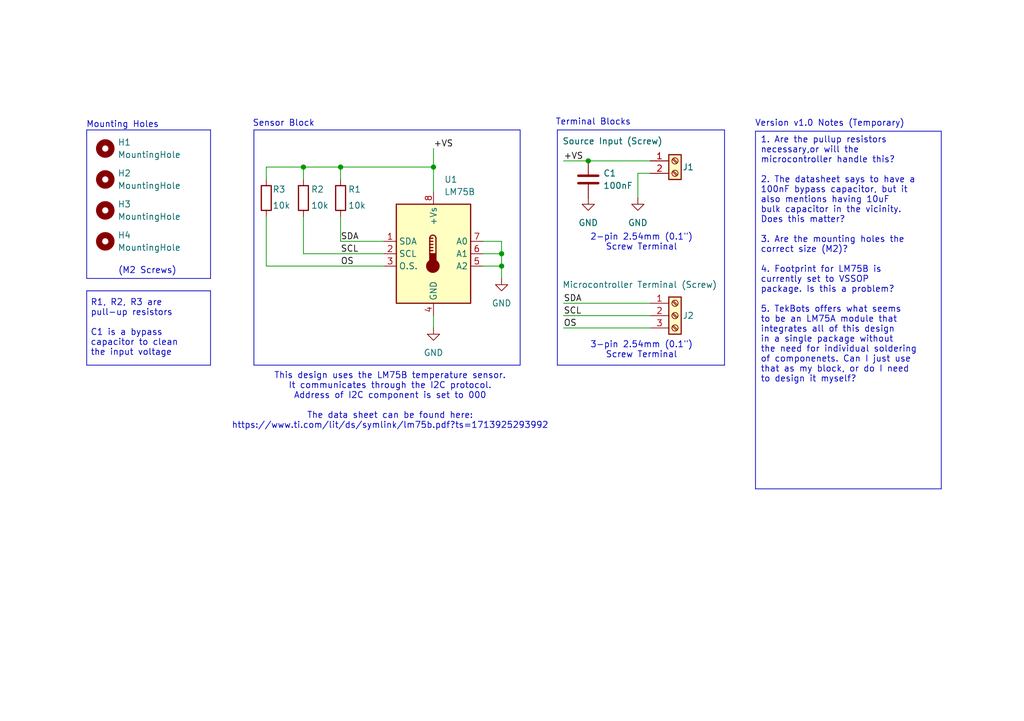
<source format=kicad_sch>
(kicad_sch (version 20231120) (generator "eeschema") (generator_version "8.0")
  (paper "A5")
  (title_block (title "Temperature Sensor") (date "2024-04-24") (rev "v1.0") (company "Oregon State Universtiy") (comment 1 "Author: Noah Roberts") (comment 2 "Reviewer 1: TBD") (comment 3 "Reviewer 2: TBD"))
  (lib_symbols
    (symbol "Connector:Screw_Terminal_01x02" (pin_names (offset 1.016) hide)
      (property "Reference" "J" (at 0 2.54 0))
      (property "Value" "Screw_Terminal_01x02" (at 0 -5.08 0))
      (symbol "Screw_Terminal_01x02_1_1"
        (rectangle (start -1.27 1.27) (end 1.27 -3.81) (stroke (width 0.254)) (fill (type background)))
        (circle (center 0 -2.54) (radius 0.635) (stroke (width 0.1524)))
        (polyline (pts (xy -0.5334 -2.2098) (xy 0.3302 -3.048)) (stroke (width 0.1524)))
        (polyline (pts (xy -0.5334 0.3302) (xy 0.3302 -0.508)) (stroke (width 0.1524)))
        (polyline (pts (xy -0.3556 -2.032) (xy 0.508 -2.8702)) (stroke (width 0.1524)))
        (polyline (pts (xy -0.3556 0.508) (xy 0.508 -0.3302)) (stroke (width 0.1524)))
        (circle (center 0 0) (radius 0.635) (stroke (width 0.1524)))
        (pin passive line (at -5.08 0 0) (length 3.81) (name "Pin_1") (number "1"))
        (pin passive line (at -5.08 -2.54 0) (length 3.81) (name "Pin_2") (number "2"))
      )
    )
    (symbol "Connector:Screw_Terminal_01x03" (pin_names (offset 1.016) hide)
      (property "Reference" "J" (at 0 5.08 0))
      (property "Value" "Screw_Terminal_01x03" (at 0 -5.08 0))
      (symbol "Screw_Terminal_01x03_1_1"
        (rectangle (start -1.27 3.81) (end 1.27 -3.81) (stroke (width 0.254)) (fill (type background)))
        (circle (center 0 -2.54) (radius 0.635) (stroke (width 0.1524)))
        (polyline (pts (xy -0.5334 -2.2098) (xy 0.3302 -3.048)) (stroke (width 0.1524)))
        (polyline (pts (xy -0.5334 0.3302) (xy 0.3302 -0.508)) (stroke (width 0.1524)))
        (polyline (pts (xy -0.5334 2.8702) (xy 0.3302 2.032)) (stroke (width 0.1524)))
        (polyline (pts (xy -0.3556 -2.032) (xy 0.508 -2.8702)) (stroke (width 0.1524)))
        (polyline (pts (xy -0.3556 0.508) (xy 0.508 -0.3302)) (stroke (width 0.1524)))
        (polyline (pts (xy -0.3556 3.048) (xy 0.508 2.2098)) (stroke (width 0.1524)))
        (circle (center 0 0) (radius 0.635) (stroke (width 0.1524)))
        (circle (center 0 2.54) (radius 0.635) (stroke (width 0.1524)))
        (pin passive line (at -5.08 2.54 0) (length 3.81) (name "Pin_1") (number "1"))
        (pin passive line (at -5.08 0 0) (length 3.81) (name "Pin_2") (number "2"))
        (pin passive line (at -5.08 -2.54 0) (length 3.81) (name "Pin_3") (number "3"))
      )
    )
    (symbol "Device:C" (pin_numbers hide) (pin_names (offset 0.254))
      (property "Reference" "C" (at 0.635 2.54 0))
      (property "Value" "C" (at 0.635 -2.54 0))
      (symbol "C_0_1"
        (polyline (pts (xy -2.032 -0.762) (xy 2.032 -0.762)) (stroke (width 0.508)))
        (polyline (pts (xy -2.032 0.762) (xy 2.032 0.762)) (stroke (width 0.508)))
      )
      (symbol "C_1_1"
        (pin passive line (at 0 3.81 270) (length 2.794) (name "~") (number "1"))
        (pin passive line (at 0 -3.81 90) (length 2.794) (name "~") (number "2"))
      )
    )
    (symbol "Device:R" (pin_numbers hide) (pin_names (offset 0))
      (property "Reference" "R" (at 2.032 0 90))
      (property "Value" "R" (at 0 0 90))
      (symbol "R_0_1"
        (rectangle (start -1.016 -2.54) (end 1.016 2.54) (stroke (width 0.254)))
      )
      (symbol "R_1_1"
        (pin passive line (at 0 3.81 270) (length 1.27) (name "~") (number "1"))
        (pin passive line (at 0 -3.81 90) (length 1.27) (name "~") (number "2"))
      )
    )
    (symbol "Mechanical:MountingHole" (pin_names (offset 1.016))
      (property "Reference" "H" (at 0 5.08 0))
      (property "Value" "MountingHole" (at 0 3.175 0))
      (symbol "MountingHole_0_1"
        (circle (center 0 0) (radius 1.27) (stroke (width 1.27)))
      )
    )
    (symbol "Sensor_Temperature:LM75B"
      (property "Reference" "U" (at -6.35 11.43 0))
      (property "Value" "LM75B" (at 0 11.43 0))
      (symbol "LM75B_0_1"
        (rectangle (start -7.62 10.16) (end 7.62 -10.16) (stroke (width 0.254)) (fill (type background)))
        (circle (center -0.127 -2.54) (radius 1.27) (stroke (width 0.254)) (fill (type outline)))
        (polyline (pts (xy -0.762 0.635) (xy -0.127 0.635)) (stroke (width 0.254)))
        (polyline (pts (xy -0.762 1.27) (xy -0.127 1.27)) (stroke (width 0.254)))
        (polyline (pts (xy -0.762 1.905) (xy -0.127 1.905)) (stroke (width 0.254)))
        (polyline (pts (xy -0.762 2.54) (xy -0.127 2.54)) (stroke (width 0.254)))
        (polyline (pts (xy -0.762 3.175) (xy -0.762 0)) (stroke (width 0.254)))
        (polyline (pts (xy -0.762 3.175) (xy -0.127 3.175)) (stroke (width 0.254)))
        (polyline (pts (xy 0.508 3.175) (xy 0.508 0)) (stroke (width 0.254)))
        (rectangle (start 0.508 -1.905) (end -0.762 0) (stroke (width 0.254)) (fill (type outline)))
        (arc (start 0.508 3.175) (mid -0.127 3.8073) (end -0.762 3.175) (stroke (width 0.254)))
      )
      (symbol "LM75B_1_1"
        (pin bidirectional line (at -10.16 2.54 0) (length 2.54) (name "SDA") (number "1"))
        (pin input line (at -10.16 0 0) (length 2.54) (name "SCL") (number "2"))
        (pin open_collector line (at -10.16 -2.54 0) (length 2.54) (name "O.S.") (number "3"))
        (pin power_in line (at 0 -12.7 90) (length 2.54) (name "GND") (number "4"))
        (pin input line (at 10.16 -2.54 180) (length 2.54) (name "A2") (number "5"))
        (pin input line (at 10.16 0 180) (length 2.54) (name "A1") (number "6"))
        (pin input line (at 10.16 2.54 180) (length 2.54) (name "A0") (number "7"))
        (pin power_in line (at 0 12.7 270) (length 2.54) (name "+Vs") (number "8"))
      )
    )
    (symbol "power:GND" (power) (pin_numbers hide) (pin_names (offset 0) hide)
      (property "Value" "GND" (at 0 -3.81 0))
      (symbol "GND_0_1"
        (polyline (pts (xy 0 0) (xy 0 -1.27) (xy 1.27 -1.27) (xy 0 -2.54) (xy -1.27 -1.27) (xy 0 -1.27)))
      )
      (symbol "GND_1_1"
        (pin power_in line (at 0 0 270) (length 0) (name "~") (number "1"))
      )
    )
  )
  (junction (at 102.87 52.07))
  (junction (at 88.9 34.29))
  (junction (at 69.85 34.29))
  (junction (at 62.23 34.29))
  (junction (at 102.87 54.61))
  (junction (at 120.65 33.02))
  (wire (pts (xy 115.57 67.31) (xy 133.35 67.31)))
  (polyline (pts (xy 52.07 74.93) (xy 106.68 74.93)))
  (wire (pts (xy 115.57 33.02) (xy 120.65 33.02)))
  (wire (pts (xy 62.23 34.29) (xy 69.85 34.29)))
  (wire (pts (xy 115.57 64.77) (xy 133.35 64.77)))
  (polyline (pts (xy 17.78 26.67) (xy 17.78 57.15)))
  (polyline (pts (xy 114.3 26.67) (xy 114.3 74.93)))
  (polyline (pts (xy 154.94 26.924) (xy 154.94 100.33)))
  (polyline (pts (xy 43.18 57.15) (xy 17.78 57.15)))
  (polyline (pts (xy 106.68 26.67) (xy 106.68 74.93)))
  (polyline (pts (xy 193.04 100.33) (xy 154.94 100.33)))
  (polyline (pts (xy 193.04 26.924) (xy 193.04 100.33)))
  (wire (pts (xy 54.61 34.29) (xy 62.23 34.29)))
  (wire (pts (xy 54.61 54.61) (xy 54.61 44.45)))
  (polyline (pts (xy 154.94 26.924) (xy 193.04 26.924)))
  (polyline (pts (xy 43.18 26.67) (xy 43.18 57.15)))
  (wire (pts (xy 99.06 52.07) (xy 102.87 52.07)))
  (wire (pts (xy 99.06 54.61) (xy 102.87 54.61)))
  (wire (pts (xy 69.85 34.29) (xy 88.9 34.29)))
  (polyline (pts (xy 17.78 74.93) (xy 43.18 74.93)))
  (wire (pts (xy 62.23 52.07) (xy 62.23 44.45)))
  (wire (pts (xy 69.85 49.53) (xy 78.74 49.53)))
  (wire (pts (xy 62.23 52.07) (xy 78.74 52.07)))
  (polyline (pts (xy 106.68 26.67) (xy 52.07 26.67)))
  (wire (pts (xy 88.9 34.29) (xy 88.9 39.37)))
  (wire (pts (xy 130.81 35.56) (xy 130.81 40.64)))
  (wire (pts (xy 99.06 49.53) (xy 102.87 49.53)))
  (polyline (pts (xy 52.07 26.67) (xy 52.07 74.93)))
  (polyline (pts (xy 17.78 59.69) (xy 17.78 74.93)))
  (polyline (pts (xy 43.18 59.69) (xy 17.78 59.69)))
  (polyline (pts (xy 43.18 59.69) (xy 43.18 74.93)))
  (wire (pts (xy 62.23 34.29) (xy 62.23 36.83)))
  (wire (pts (xy 133.35 35.56) (xy 130.81 35.56)))
  (polyline (pts (xy 148.59 74.93) (xy 114.3 74.93)))
  (wire (pts (xy 120.65 33.02) (xy 133.35 33.02)))
  (wire (pts (xy 69.85 44.45) (xy 69.85 49.53)))
  (polyline (pts (xy 114.3 26.67) (xy 148.59 26.67)))
  (polyline (pts (xy 148.59 26.67) (xy 148.59 74.93)))
  (wire (pts (xy 115.57 62.23) (xy 133.35 62.23)))
  (polyline (pts (xy 17.78 26.67) (xy 43.18 26.67)))
  (wire (pts (xy 102.87 49.53) (xy 102.87 52.07)))
  (wire (pts (xy 88.9 30.48) (xy 88.9 34.29)))
  (wire (pts (xy 102.87 54.61) (xy 102.87 57.15)))
  (wire (pts (xy 54.61 54.61) (xy 78.74 54.61)))
  (wire (pts (xy 69.85 34.29) (xy 69.85 36.83)))
  (wire (pts (xy 102.87 52.07) (xy 102.87 54.61)))
  (wire (pts (xy 54.61 36.83) (xy 54.61 34.29)))
  (wire (pts (xy 88.9 64.77) (xy 88.9 67.31)))
  (text "Sensor Block" (at 58.166 25.4 0) (effects (font (size 1.27 1.27))))
  (text "Terminal Blocks" (at 121.666 25.146 0) (effects (font (size 1.27 1.27))))
  (text "(M2 Screws)" (at 30.226 55.626 0) (effects (font (size 1.27 1.27))))
  (text "2-pin 2.54mm (0.1\")\nScrew Terminal" (at 131.572 49.784 0) (effects (font (size 1.27 1.27))))
  (text "Version v1.0 Notes (Temporary)" (at 170.18 25.4 0) (effects (font (size 1.27 1.27))))
  (text "3-pin 2.54mm (0.1\")\nScrew Terminal" (at 131.572 71.882 0) (effects (font (size 1.27 1.27))))
  (text "This design uses the LM75B temperature sensor.\nIt communicates through the I2C protocol.\nAddress of I2C component is set to 000\n\nThe data sheet can be found here:\nhttps://www.ti.com/lit/ds/symlink/lm75b.pdf?ts=1713925293992" (at 80.01 82.296 0) (effects (font (size 1.27 1.27))))
  (text "R1, R2, R3 are\npull-up resistors\n\nC1 is a bypass\ncapacitor to clean\nthe input voltage" (at 18.542 67.31 0) (effects (font (size 1.27 1.27)) (justify left)))
  (text "1. Are the pullup resistors\nnecessary,or will the\nmicrocontroller handle this?\n\n2. The datasheet says to have a\n100nF bypass capacitor, but it\nalso mentions having 10uF\nbulk capacitor in the vicinity.\nDoes this matter?\n\n3. Are the mounting holes the\ncorrect size (M2)?\n\n4. Footprint for LM75B is\ncurrently set to VSSOP\npackage. Is this a problem?\n\n5. TekBots offers what seems\nto be an LM75A module that\nintegrates all of this design\nin a single package without\nthe need for individual soldering\nof componenets. Can I just use\nthat as my block, or do I need\nto design it myself?" (at 155.956 53.34 0) (effects (font (size 1.27 1.27)) (justify left)))
  (text "Mounting Holes" (at 25.146 25.654 0) (effects (font (size 1.27 1.27))))
  (label "+VS" (at 115.57 33.02 0))
  (label "SCL" (at 115.57 64.77 0))
  (label "SDA" (at 115.57 62.23 0))
  (label "+VS" (at 88.9 30.48 0))
  (label "OS" (at 69.85 54.61 0))
  (label "OS" (at 115.57 67.31 0))
  (label "SDA" (at 69.85 49.53 0))
  (label "SCL" (at 69.85 52.07 0))
  (symbol (lib_id "Connector:Screw_Terminal_01x02") (at 138.43 33.02 0) (unit 1)
    (property "Reference" "J1" (at 139.954 34.29 0) (effects (justify left)))
    (property "Value" "Source Input (Screw)" (at 115.316 28.956 0) (effects (justify left)))
    (property "Footprint" "TerminalBlock_TE-Connectivity:TerminalBlock_TE_282834-2_1x02_P2.54mm_Horizontal" (effects (hide yes)))
    (property "Description" "Generic screw terminal, single row, 01x02, script generated (kicad-library-utils/schlib/autogen/connector/)" (effects (hide yes)))
    (property "Supplier" "https://www.digikey.com/en/products/detail/te-connectivity-amp-connectors/282834-2/1150135" (effects (hide yes)))
  )
  (symbol (lib_id "Device:R") (at 62.23 40.64 0) (unit 1)
    (property "Reference" "R2" (at 63.754 38.862 0) (effects (justify left)))
    (property "Value" "10k" (at 63.754 42.164 0) (effects (justify left)))
    (property "Footprint" "Resistor_SMD:R_0805_2012Metric" (effects (hide yes)))
    (property "Description" "Resistor" (effects (hide yes)))
    (property "Supplier" "https://eecs.engineering.oregonstate.edu/education/tekbotSuite/tekbot/pages/publicInventoryPart.php?stocknumber=NLX6ZO" (effects (hide yes)))
  )
  (symbol (lib_id "power:GND") (at 130.81 40.64 0) (unit 1)
    (property "Reference" "#PWR02" (effects (hide yes)))
    (property "Value" "GND" (at 130.81 45.72 0))
    (property "Description" "Power symbol creates a global label with name \"GND\" , ground" (effects (hide yes)))
  )
  (symbol (lib_id "Mechanical:MountingHole") (at 21.59 49.53 0) (unit 1)
    (property "Reference" "H4" (at 24.13 48.2599 0) (effects (justify left)))
    (property "Value" "MountingHole" (at 24.13 50.7999 0) (effects (justify left)))
    (property "Footprint" "MountingHole:MountingHole_2.2mm_M2" (effects (hide yes)))
    (property "Description" "Mounting Hole without connection" (effects (hide yes)))
    (property "Supplier" "(N/A)" (effects (hide yes)))
  )
  (symbol (lib_id "Device:R") (at 69.85 40.64 0) (unit 1)
    (property "Reference" "R1" (at 71.374 38.862 0) (effects (justify left)))
    (property "Value" "10k" (at 71.374 42.164 0) (effects (justify left)))
    (property "Footprint" "Resistor_SMD:R_0805_2012Metric" (effects (hide yes)))
    (property "Description" "Resistor" (effects (hide yes)))
    (property "Supplier" "https://eecs.engineering.oregonstate.edu/education/tekbotSuite/tekbot/pages/publicInventoryPart.php?stocknumber=NLX6ZO" (effects (hide yes)))
  )
  (symbol (lib_id "Mechanical:MountingHole") (at 21.59 30.48 0) (unit 1)
    (property "Reference" "H1" (at 24.13 29.2099 0) (effects (justify left)))
    (property "Value" "MountingHole" (at 24.13 31.7499 0) (effects (justify left)))
    (property "Footprint" "MountingHole:MountingHole_2.2mm_M2" (effects (hide yes)))
    (property "Description" "Mounting Hole without connection" (effects (hide yes)))
    (property "Supplier" "(N/A)" (effects (hide yes)))
  )
  (symbol (lib_id "Sensor_Temperature:LM75B") (at 88.9 52.07 0) (unit 1)
    (property "Reference" "U1" (at 91.0941 36.83 0) (effects (justify left)))
    (property "Value" "LM75B" (at 91.0941 39.37 0) (effects (justify left)))
    (property "Footprint" "Package_SO:VSSOP-8_3.0x3.0mm_P0.65mm" (effects (hide yes)))
    (property "Datasheet" "http://www.ti.com/lit/ds/symlink/lm75b.pdf" (effects (hide yes)))
    (property "Description" "Digital Temperature Sensor & Thermal Watchdog with LP on I2C and bus fault timeout, SOIC-8 and VSSOP-8" (effects (hide yes)))
    (property "Supplier" "https://eecs.engineering.oregonstate.edu/education/tekbotSuite/tekbot/pages/publicInventoryPart.php?stocknumber=P1565373930" (effects (hide yes)))
  )
  (symbol (lib_id "Connector:Screw_Terminal_01x03") (at 138.43 64.77 0) (unit 1)
    (property "Reference" "J2" (at 139.954 64.77 0) (effects (justify left)))
    (property "Value" "Microcontroller Terminal (Screw)" (at 115.316 58.42 0) (effects (justify left)))
    (property "Footprint" "TerminalBlock_TE-Connectivity:TerminalBlock_TE_282834-3_1x03_P2.54mm_Horizontal" (effects (hide yes)))
    (property "Description" "Generic screw terminal, single row, 01x03, script generated (kicad-library-utils/schlib/autogen/connector/)" (effects (hide yes)))
    (property "Supplier" "https://www.digikey.com/en/products/detail/te-connectivity-amp-connectors/282834-3/1153264?s=N4IgjCBcpgDA7AViqAxlAZgQwDYGcBTAGhAHsoBtcANgE4AmW5AXRIAcAXKEAZQ4CcAlgDsA5iAC%2BEkvUoh6ADkUBmACwhmEoA" (effects (hide yes)))
  )
  (symbol (lib_id "Device:C") (at 120.65 36.83 0) (unit 1)
    (property "Reference" "C1" (at 123.698 35.56 0) (effects (justify left)))
    (property "Value" "100nF" (at 123.698 38.1 0) (effects (justify left)))
    (property "Footprint" "Capacitor_SMD:C_0201_0603Metric" (effects (hide yes)))
    (property "Description" "Unpolarized capacitor" (effects (hide yes)))
    (property "Supplier" "https://eecs.engineering.oregonstate.edu/education/tekbotSuite/tekbot/pages/publicInventoryPart.php?stocknumber=P1501519802" (effects (hide yes)))
  )
  (symbol (lib_id "power:GND") (at 88.9 67.31 0) (unit 1)
    (property "Reference" "#PWR01" (effects (hide yes)))
    (property "Value" "GND" (at 88.9 72.39 0))
    (property "Description" "Power symbol creates a global label with name \"GND\" , ground" (effects (hide yes)))
  )
  (symbol (lib_id "Mechanical:MountingHole") (at 21.59 43.18 0) (unit 1)
    (property "Reference" "H3" (at 24.13 41.9099 0) (effects (justify left)))
    (property "Value" "MountingHole" (at 24.13 44.4499 0) (effects (justify left)))
    (property "Footprint" "MountingHole:MountingHole_2.2mm_M2" (effects (hide yes)))
    (property "Description" "Mounting Hole without connection" (effects (hide yes)))
    (property "Supplier" "(N/A)" (effects (hide yes)))
  )
  (symbol (lib_id "power:GND") (at 120.65 40.64 0) (unit 1)
    (property "Reference" "#PWR04" (effects (hide yes)))
    (property "Value" "GND" (at 120.65 45.72 0))
    (property "Description" "Power symbol creates a global label with name \"GND\" , ground" (effects (hide yes)))
  )
  (symbol (lib_id "Device:R") (at 54.61 40.64 0) (unit 1)
    (property "Reference" "R3" (at 55.88 38.862 0) (effects (justify left)))
    (property "Value" "10k" (at 55.88 42.164 0) (effects (justify left)))
    (property "Footprint" "Resistor_SMD:R_0805_2012Metric" (effects (hide yes)))
    (property "Description" "Resistor" (effects (hide yes)))
    (property "Supplier" "https://eecs.engineering.oregonstate.edu/education/tekbotSuite/tekbot/pages/publicInventoryPart.php?stocknumber=NLX6ZO" (effects (hide yes)))
  )
  (symbol (lib_id "Mechanical:MountingHole") (at 21.59 36.83 0) (unit 1)
    (property "Reference" "H2" (at 24.13 35.5599 0) (effects (justify left)))
    (property "Value" "MountingHole" (at 24.13 38.0999 0) (effects (justify left)))
    (property "Footprint" "MountingHole:MountingHole_2.2mm_M2" (effects (hide yes)))
    (property "Description" "Mounting Hole without connection" (effects (hide yes)))
    (property "Supplier" "(N/A)" (effects (hide yes)))
  )
  (symbol (lib_id "power:GND") (at 102.87 57.15 0) (unit 1)
    (property "Reference" "#PWR03" (effects (hide yes)))
    (property "Value" "GND" (at 102.87 62.23 0))
    (property "Description" "Power symbol creates a global label with name \"GND\" , ground" (effects (hide yes)))
  )
)
</source>
